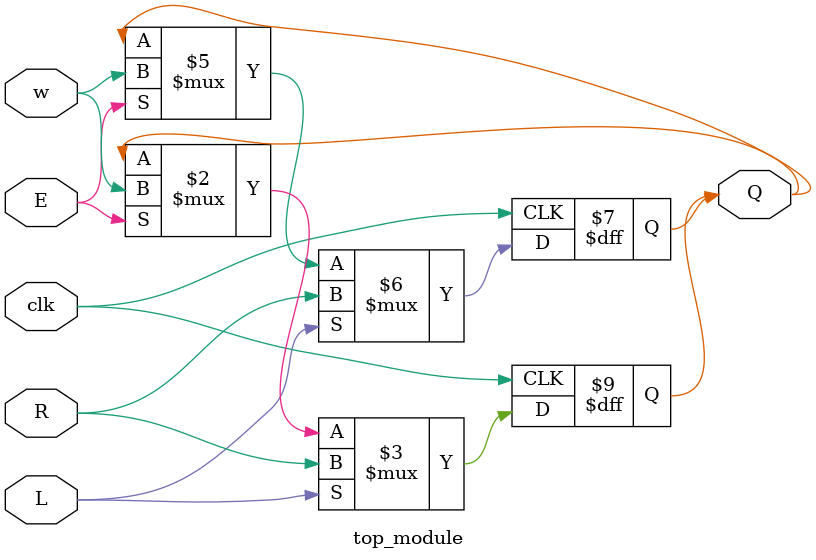
<source format=v>
module top_module (
    input clk,
    input w, R, E, L,
    output Q
);
    
    //Solution1 (My implementation)
    always @(posedge clk) begin
        Q <= (L) ? R : (E) ? w : Q;
    end

    //Solution2 
    reg tmp;
    //not use <=
    always @(posedge clk) begin
        tmp = E ? w : Q;
        Q = L ? R : tmp;
    end

endmodule

</source>
